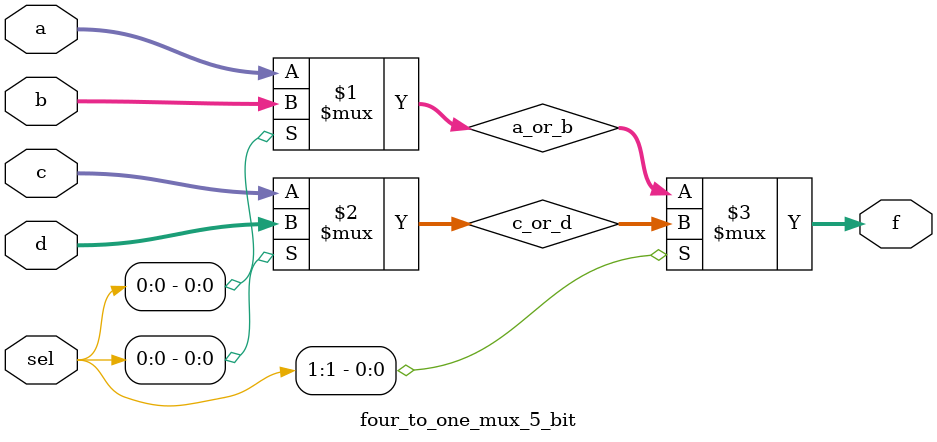
<source format=v>
module four_to_one_mux_5_bit(sel, a, b, c, d, f);

input [1:0] sel;
input [4:0] a, b, c, d;
output [4:0] f;

wire [4:0] a_or_b, c_or_d;
assign a_or_b = (sel[0]) ? b : a;
assign c_or_d = (sel[0]) ? d : c;
assign f = (sel[1]) ? c_or_d : a_or_b;

endmodule


</source>
